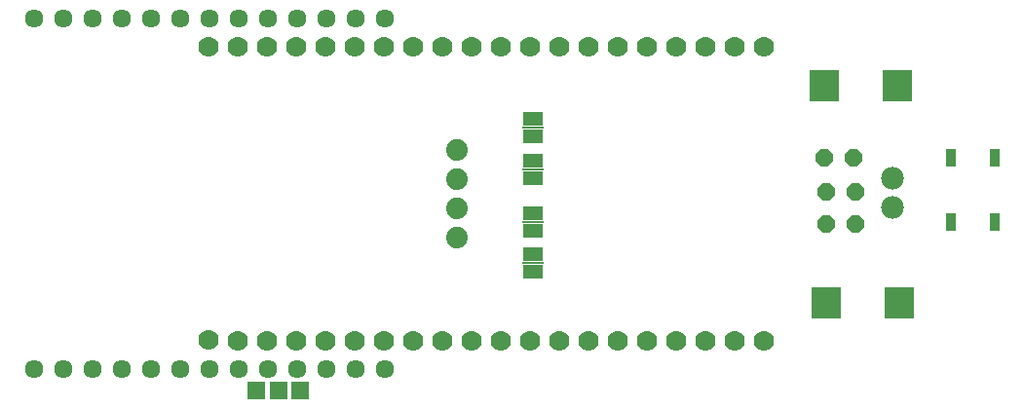
<source format=gbr>
G04 EAGLE Gerber RS-274X export*
G75*
%MOMM*%
%FSLAX34Y34*%
%LPD*%
%INSoldermask Top*%
%IPPOS*%
%AMOC8*
5,1,8,0,0,1.08239X$1,22.5*%
G01*
%ADD10C,1.879600*%
%ADD11C,1.981200*%
%ADD12R,2.651600X2.801600*%
%ADD13P,1.649562X8X22.500000*%
%ADD14R,1.701800X1.270000*%
%ADD15R,1.828800X0.152400*%
%ADD16R,0.863600X1.625600*%
%ADD17C,1.778000*%
%ADD18C,1.609600*%
%ADD19R,1.501600X1.501600*%


D10*
X437119Y193402D03*
X437119Y168002D03*
X437119Y142602D03*
X437119Y117202D03*
D11*
X815425Y168888D03*
X815425Y143488D03*
D12*
X821437Y60787D03*
X758037Y60787D03*
D13*
X757452Y128898D03*
X782852Y128898D03*
D14*
X502972Y87764D03*
X502972Y103004D03*
D15*
X502972Y95384D03*
D14*
X502972Y168937D03*
X502972Y184177D03*
D15*
X502972Y176557D03*
D14*
X502972Y205298D03*
X502972Y220538D03*
D15*
X502972Y212918D03*
D14*
X502972Y123324D03*
X502972Y138564D03*
D15*
X502972Y130944D03*
D16*
X865872Y130738D03*
X865872Y186618D03*
X903972Y130738D03*
X903972Y186618D03*
D17*
X221093Y28900D03*
X246493Y27900D03*
X271893Y27900D03*
X297293Y27900D03*
X322693Y27900D03*
X348093Y27900D03*
X373493Y27900D03*
X398893Y27900D03*
X424293Y27900D03*
X449693Y27900D03*
X475093Y27900D03*
X500493Y27900D03*
X525893Y27900D03*
X551293Y27900D03*
X576693Y27900D03*
X602093Y27900D03*
X627493Y27900D03*
X652893Y27900D03*
X678293Y27900D03*
X703693Y27900D03*
X221093Y283108D03*
X246493Y283108D03*
X271893Y283108D03*
X297293Y283108D03*
X322693Y283108D03*
X348093Y283108D03*
X373493Y283108D03*
X398893Y283108D03*
X424293Y283108D03*
X449693Y283108D03*
X475093Y283108D03*
X500493Y283108D03*
X525893Y283108D03*
X551293Y283108D03*
X576693Y283108D03*
X602093Y283108D03*
X627493Y283108D03*
X652893Y283108D03*
X678293Y283108D03*
X703693Y283108D03*
D12*
X819309Y249573D03*
X755909Y249573D03*
D13*
X756073Y186660D03*
X781473Y186660D03*
D18*
X68904Y3223D03*
X94304Y3223D03*
X119704Y3223D03*
X145104Y3223D03*
X170504Y3223D03*
X195904Y3223D03*
X221304Y3223D03*
X246704Y3223D03*
X272104Y3223D03*
X297504Y3223D03*
X322904Y3223D03*
X348304Y3223D03*
X373704Y3223D03*
X373704Y308023D03*
X348304Y308023D03*
X322904Y308023D03*
X297504Y308023D03*
X272104Y308023D03*
X246704Y308023D03*
X221304Y308023D03*
X195904Y308023D03*
X170504Y308023D03*
X145104Y308023D03*
X119704Y308023D03*
X94304Y308023D03*
X68904Y308023D03*
D13*
X757603Y157480D03*
X783003Y157480D03*
D19*
X300192Y-15635D03*
X281430Y-15635D03*
X262668Y-15635D03*
M02*

</source>
